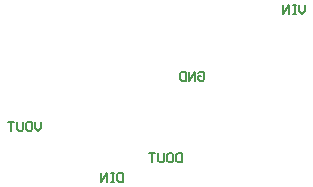
<source format=gbr>
%TF.GenerationSoftware,Altium Limited,Altium Designer,20.1.8 (145)*%
G04 Layer_Color=65535*
%FSLAX24Y24*%
%MOIN*%
%TF.SameCoordinates,EFFAC6F7-03CC-4013-BD78-E1C7C4EA7A57*%
%TF.FilePolarity,Positive*%
%TF.FileFunction,Legend,Bot*%
%TF.Part,Single*%
G01*
G75*
%TA.AperFunction,NonConductor*%
%ADD39C,0.0050*%
D39*
X8240Y4110D02*
X8290Y4160D01*
X8390D01*
X8440Y4110D01*
Y3910D01*
X8390Y3860D01*
X8290D01*
X8240Y3910D01*
Y4010D01*
X8340D01*
X8140Y3860D02*
Y4160D01*
X7940Y3860D01*
Y4160D01*
X7840D02*
Y3860D01*
X7690D01*
X7640Y3910D01*
Y4110D01*
X7690Y4160D01*
X7840D01*
X3000Y2500D02*
Y2300D01*
X2900Y2200D01*
X2800Y2300D01*
Y2500D01*
X2550D02*
X2650D01*
X2700Y2450D01*
Y2250D01*
X2650Y2200D01*
X2550D01*
X2500Y2250D01*
Y2450D01*
X2550Y2500D01*
X2400D02*
Y2250D01*
X2350Y2200D01*
X2250D01*
X2200Y2250D01*
Y2500D01*
X2100D02*
X1900D01*
X2000D01*
Y2200D01*
X7703Y1439D02*
Y1139D01*
X7553D01*
X7503Y1189D01*
Y1389D01*
X7553Y1439D01*
X7703D01*
X7253D02*
X7353D01*
X7403Y1389D01*
Y1189D01*
X7353Y1139D01*
X7253D01*
X7203Y1189D01*
Y1389D01*
X7253Y1439D01*
X7104D02*
Y1189D01*
X7054Y1139D01*
X6954D01*
X6904Y1189D01*
Y1439D01*
X6804D02*
X6604D01*
X6704D01*
Y1139D01*
X5738Y793D02*
Y493D01*
X5588D01*
X5538Y543D01*
Y743D01*
X5588Y793D01*
X5738D01*
X5438D02*
X5338D01*
X5388D01*
Y493D01*
X5438D01*
X5338D01*
X5188D02*
Y793D01*
X4988Y493D01*
Y793D01*
X11800Y6380D02*
Y6180D01*
X11700Y6080D01*
X11600Y6180D01*
Y6380D01*
X11500D02*
X11400D01*
X11450D01*
Y6080D01*
X11500D01*
X11400D01*
X11250D02*
Y6380D01*
X11050Y6080D01*
Y6380D01*
%TF.MD5,5ba1246640b0c6ca2af21c292ff894ae*%
M02*

</source>
